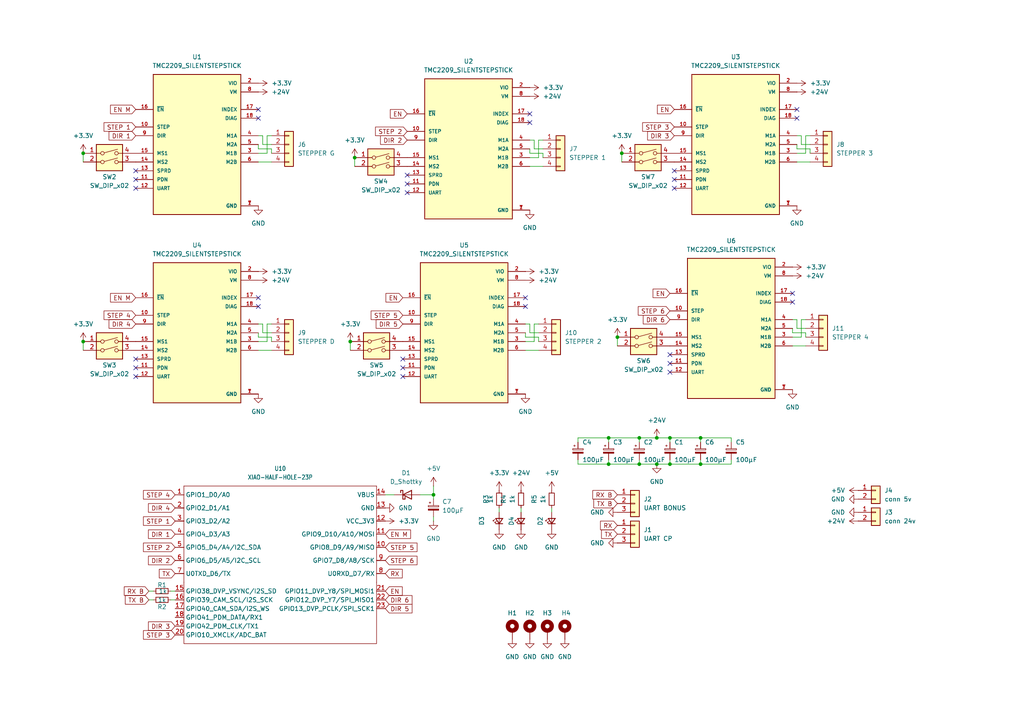
<source format=kicad_sch>
(kicad_sch (version 20250114) (generator "eeschema") (generator_version "9.0")
  (paper "A4")
  (lib_symbols
    (symbol "Connector_Generic:Conn_01x02" (pin_names (offset 1.016) (hide yes))
      (property "Reference" "J" (at 0 2.54 0))
      (property "Value" "Conn_01x02" (at 0 -5.08 0))
      (symbol "Conn_01x02_1_1"
        (pin passive line (at -5.08 0 0) (length 3.81) (name "Pin_1") (number "1"))
        (pin passive line (at -5.08 -2.54 0) (length 3.81) (name "Pin_2") (number "2"))
      )
    )
    (symbol "Connector_Generic:Conn_01x03" (pin_names (offset 1.016) (hide yes))
      (property "Reference" "J" (at 0 5.08 0))
      (property "Value" "Conn_01x03" (at 0 -5.08 0))
      (symbol "Conn_01x03_1_1"
        (pin passive line (at -5.08 2.54 0) (length 3.81) (name "Pin_1") (number "1"))
        (pin passive line (at -5.08 0 0) (length 3.81) (name "Pin_2") (number "2"))
        (pin passive line (at -5.08 -2.54 0) (length 3.81) (name "Pin_3") (number "3"))
      )
    )
    (symbol "Connector_Generic:Conn_01x04" (pin_names (offset 1.016) (hide yes))
      (property "Reference" "J" (at 0 5.08 0))
      (property "Value" "Conn_01x04" (at 0 -7.62 0))
      (symbol "Conn_01x04_1_1"
        (pin passive line (at -5.08 2.54 0) (length 3.81) (name "Pin_1") (number "1"))
        (pin passive line (at -5.08 0 0) (length 3.81) (name "Pin_2") (number "2"))
        (pin passive line (at -5.08 -2.54 0) (length 3.81) (name "Pin_3") (number "3"))
        (pin passive line (at -5.08 -5.08 0) (length 3.81) (name "Pin_4") (number "4"))
      )
    )
    (symbol "Device:C_Polarized_Small" (pin_numbers (hide yes)) (pin_names (offset 0.254) (hide yes))
      (property "Reference" "C" (at 0.254 1.778 0))
      (property "Value" "C_Polarized_Small" (at 0.254 -2.032 0))
      (symbol "C_Polarized_Small_1_1"
        (pin passive line (at 0 2.54 270) (length 1.8542) (name "~") (number "1"))
        (pin passive line (at 0 -2.54 90) (length 1.8542) (name "~") (number "2"))
      )
    )
    (symbol "Device:LED_Small" (pin_numbers (hide yes)) (pin_names (offset 0.254) (hide yes))
      (property "Reference" "D" (at -1.27 3.175 0))
      (property "Value" "LED_Small" (at -4.445 -2.54 0))
      (symbol "LED_Small_1_1"
        (pin passive line (at -2.54 0 0) (length 1.778) (name "K") (number "1"))
        (pin passive line (at 2.54 0 180) (length 1.778) (name "A") (number "2"))
      )
    )
    (symbol "Device:R_Small" (pin_numbers (hide yes)) (pin_names (offset 0.254) (hide yes))
      (property "Reference" "R" (at 0.762 0.508 0))
      (property "Value" "R_Small" (at 0.762 -1.016 0))
      (symbol "R_Small_1_1"
        (pin passive line (at 0 2.54 270) (length 0.762) (name "~") (number "1"))
        (pin passive line (at 0 -2.54 90) (length 0.762) (name "~") (number "2"))
      )
    )
    (symbol "Diode:SB120" (pin_numbers (hide yes)) (pin_names (offset 1.016) (hide yes))
      (property "Reference" "D" (at 0 2.54 0))
      (property "Value" "SB120" (at 0 -2.54 0))
      (symbol "SB120_1_1"
        (pin passive line (at -3.81 0 0) (length 2.54) (name "K") (number "1"))
        (pin passive line (at 3.81 0 180) (length 2.54) (name "A") (number "2"))
      )
    )
    (symbol "MOUDLE-SEEEDUINO-XIAO-ESP32S3-Plus:Module/XIAO-HALF-HOLE-23P"
      (property "Reference" "U2" (at -20.828 17.018 0))
      (property "Value" "XIAO-HALF-HOLE-23P" (at -12.446 14.986 0))
      (symbol "Module/XIAO-HALF-HOLE-23P_1_0"
        (pin passive line (at -24.13 11.43 0) (length 2.54) (name "GPIO1_D0/A0") (number "1"))
        (pin passive line (at -24.13 7.62 0) (length 2.54) (name "GPIO2_D1/A1") (number "2"))
        (pin passive line (at -24.13 3.81 0) (length 2.54) (name "GPIO3_D2/A2") (number "3"))
        (pin passive line (at -24.13 0 0) (length 2.54) (name "GPIO4_D3/A3") (number "4"))
        (pin passive line (at -24.13 -3.81 0) (length 2.54) (name "GPIO5_D4/A4/I2C_SDA") (number "5"))
        (pin passive line (at -24.13 -7.62 0) (length 2.54) (name "GPIO6_D5/A5/I2C_SCL") (number "6"))
        (pin passive line (at -24.13 -11.43 0) (length 2.54) (name "U0TXD_D6/TX") (number "7"))
        (pin passive line (at 36.83 11.43 180) (length 2.54) (name "VBUS") (number "14"))
        (pin passive line (at 36.83 7.62 180) (length 2.54) (name "GND") (number "13"))
        (pin passive line (at 36.83 3.81 180) (length 2.54) (name "VCC_3V3") (number "12"))
        (pin passive line (at 36.83 0 180) (length 2.54) (name "GPIO9_D10/A10/MOSI") (number "11"))
        (pin passive line (at 36.83 -3.81 180) (length 2.54) (name "GPIO8_D9/A9/MISO") (number "10"))
        (pin passive line (at 36.83 -7.62 180) (length 2.54) (name "GPIO7_D8/A8/SCK") (number "9"))
        (pin passive line (at 36.83 -11.43 180) (length 2.54) (name "U0RXD_D7/RX") (number "8"))
      )
      (symbol "Module/XIAO-HALF-HOLE-23P_1_1"
        (pin passive line (at -24.13 -16.51 0) (length 2.54) (name "GPIO38_DVP_VSYNC/I2S_SD") (number "15"))
        (pin passive line (at -24.13 -19.05 0) (length 2.54) (name "GPIO39_CAM_SCL/I2S_SCK") (number "16"))
        (pin passive line (at -24.13 -21.59 0) (length 2.54) (name "GPIO40_CAM_SDA/I2S_WS") (number "17"))
        (pin passive line (at -24.13 -24.13 0) (length 2.54) (name "GPIO41_PDM_DATA/RX1") (number "18"))
        (pin passive line (at -24.13 -26.67 0) (length 2.54) (name "GPIO42_PDM_CLK/TX1") (number "19"))
        (pin passive line (at -24.13 -29.21 0) (length 2.54) (name "GPIO10_XMCLK/ADC_BAT") (number "20"))
        (pin passive line (at 36.83 -16.51 180) (length 2.54) (name "GPIO11_DVP_Y8/SPI_MOSI1") (number "21"))
        (pin passive line (at 36.83 -19.05 180) (length 2.54) (name "GPIO12_DVP_Y7/SPI_MISO1") (number "22"))
        (pin passive line (at 36.83 -21.59 180) (length 2.54) (name "GPIO13_DVP_PCLK/SPI_SCK1") (number "23"))
      )
    )
    (symbol "Mechanical:MountingHole_Pad" (pin_numbers (hide yes)) (pin_names (offset 1.016) (hide yes)) (exclude_from_sim yes) (in_bom no)
      (property "Reference" "H" (at 0 6.35 0))
      (property "Value" "MountingHole_Pad" (at 0 4.445 0))
      (symbol "MountingHole_Pad_1_1"
        (pin input line (at 0 -2.54 90) (length 2.54) (name "1") (number "1"))
      )
    )
    (symbol "Switch:SW_DIP_x02" (pin_names (offset 0) (hide yes))
      (property "Reference" "SW" (at 0 6.35 0))
      (property "Value" "SW_DIP_x02" (at 0 -3.81 0))
      (symbol "SW_DIP_x02_1_1"
        (pin passive line (at -7.62 2.54 0) (length 5.08) (name "~") (number "1"))
        (pin passive line (at -7.62 0 0) (length 5.08) (name "~") (number "2"))
        (pin passive line (at 7.62 2.54 180) (length 5.08) (name "~") (number "4"))
        (pin passive line (at 7.62 0 180) (length 5.08) (name "~") (number "3"))
      )
    )
    (symbol "TMC2209_SILENTSTEPSTICK:TMC2209_SILENTSTEPSTICK" (pin_names (offset 1.016))
      (property "Reference" "U" (at -12.7 22.86 0))
      (property "Value" "TMC2209_SILENTSTEPSTICK" (at -12.7 -22.86 0))
      (symbol "TMC2209_SILENTSTEPSTICK_0_0"
        (pin input line (at -17.78 10.16 0) (length 5.08) (name "~{EN}") (number "16"))
        (pin input line (at -17.78 5.08 0) (length 5.08) (name "STEP") (number "10"))
        (pin input line (at -17.78 2.54 0) (length 5.08) (name "DIR") (number "9"))
        (pin input line (at -17.78 -2.54 0) (length 5.08) (name "MS1") (number "15"))
        (pin input line (at -17.78 -5.08 0) (length 5.08) (name "MS2") (number "14"))
        (pin input line (at -17.78 -7.62 0) (length 5.08) (name "SPRD") (number "13"))
        (pin bidirectional line (at -17.78 -10.16 0) (length 5.08) (name "PDN") (number "11"))
        (pin bidirectional line (at -17.78 -12.7 0) (length 5.08) (name "UART") (number "12"))
        (pin power_in line (at 17.78 17.78 180) (length 5.08) (name "VIO") (number "2"))
        (pin power_in line (at 17.78 15.24 180) (length 5.08) (name "VM") (number "8"))
        (pin output line (at 17.78 10.16 180) (length 5.08) (name "INDEX") (number "17"))
        (pin output line (at 17.78 7.62 180) (length 5.08) (name "DIAG") (number "18"))
        (pin output line (at 17.78 2.54 180) (length 5.08) (name "M1A") (number "4"))
        (pin output line (at 17.78 0 180) (length 5.08) (name "M2A") (number "5"))
        (pin output line (at 17.78 -2.54 180) (length 5.08) (name "M1B") (number "3"))
        (pin output line (at 17.78 -5.08 180) (length 5.08) (name "M2B") (number "6"))
        (pin power_in line (at 17.78 -17.78 180) (length 5.08) (name "GND") (number "1"))
        (pin power_in line (at 17.78 -17.78 180) (length 5.08) (name "GND") (number "7"))
      )
    )
    (symbol "power:+24V" (power) (pin_numbers (hide yes)) (pin_names (offset 0) (hide yes))
      (property "Value" "+24V" (at 0 3.556 0))
      (symbol "+24V_1_1"
        (pin power_in line (at 0 0 90) (length 0) (name "~") (number "1"))
      )
    )
    (symbol "power:+3.3V" (power) (pin_numbers (hide yes)) (pin_names (offset 0) (hide yes))
      (property "Value" "+3.3V" (at 0 3.556 0))
      (symbol "+3.3V_1_1"
        (pin power_in line (at 0 0 90) (length 0) (name "~") (number "1"))
      )
    )
    (symbol "power:+5V" (power) (pin_numbers (hide yes)) (pin_names (offset 0) (hide yes))
      (property "Value" "+5V" (at 0 3.556 0))
      (symbol "+5V_1_1"
        (pin power_in line (at 0 0 90) (length 0) (name "~") (number "1"))
      )
    )
    (symbol "power:GND" (power) (pin_numbers (hide yes)) (pin_names (offset 0) (hide yes))
      (property "Value" "GND" (at 0 -3.81 0))
      (symbol "GND_1_1"
        (pin power_in line (at 0 0 270) (length 0) (name "~") (number "1"))
      )
    )
  )
  (junction (at 194.31 127))
  (junction (at 194.31 134.62))
  (junction (at 203.2 127))
  (junction (at 102.87 45.72))
  (junction (at 24.13 99.06))
  (junction (at 179.07 97.79))
  (junction (at 190.5 127))
  (junction (at 203.2 134.62))
  (junction (at 180.34 44.45))
  (junction (at 185.42 134.62))
  (junction (at 101.6 99.06))
  (junction (at 24.13 44.45))
  (junction (at 185.42 127))
  (junction (at 176.53 134.62))
  (junction (at 125.73 143.51))
  (junction (at 190.5 134.62))
  (junction (at 176.53 127))
  (no_connect (at 74.93 86.36))
  (no_connect (at 153.67 33.02))
  (no_connect (at 194.31 105.41))
  (no_connect (at 39.37 52.07))
  (no_connect (at 195.58 52.07))
  (no_connect (at 116.84 109.22))
  (no_connect (at 116.84 106.68))
  (no_connect (at 39.37 104.14))
  (no_connect (at 229.87 85.09))
  (no_connect (at 118.11 53.34))
  (no_connect (at 118.11 55.88))
  (no_connect (at 74.93 31.75))
  (no_connect (at 118.11 50.8))
  (no_connect (at 74.93 88.9))
  (no_connect (at 231.14 31.75))
  (no_connect (at 152.4 86.36))
  (no_connect (at 229.87 87.63))
  (no_connect (at 194.31 102.87))
  (no_connect (at 39.37 54.61))
  (no_connect (at 153.67 35.56))
  (no_connect (at 152.4 88.9))
  (no_connect (at 195.58 49.53))
  (no_connect (at 74.93 34.29))
  (no_connect (at 195.58 54.61))
  (no_connect (at 116.84 104.14))
  (no_connect (at 194.31 107.95))
  (no_connect (at 39.37 106.68))
  (no_connect (at 39.37 109.22))
  (no_connect (at 39.37 49.53))
  (no_connect (at 231.14 34.29))
  (wire (pts (xy 190.5 127) (xy 194.31 127)))
  (wire (pts (xy 231.14 92.71) (xy 231.14 95.25)))
  (wire (pts (xy 77.47 39.37) (xy 78.74 39.37)))
  (wire (pts (xy 78.74 97.79) (xy 78.74 99.06)))
  (wire (pts (xy 49.53 173.99) (xy 50.8 173.99)))
  (wire (pts (xy 125.73 143.51) (xy 125.73 144.78)))
  (wire (pts (xy 229.87 95.25) (xy 229.87 96.52)))
  (wire (pts (xy 231.14 39.37) (xy 232.41 39.37)))
  (wire (pts (xy 212.09 127) (xy 203.2 127)))
  (wire (pts (xy 231.14 44.45) (xy 233.68 44.45)))
  (wire (pts (xy 229.87 92.71) (xy 231.14 92.71)))
  (wire (pts (xy 176.53 133.35) (xy 176.53 134.62)))
  (wire (pts (xy 24.13 44.45) (xy 24.13 46.99)))
  (wire (pts (xy 77.47 93.98) (xy 78.74 93.98)))
  (wire (pts (xy 185.42 134.62) (xy 190.5 134.62)))
  (wire (pts (xy 154.94 43.18) (xy 157.48 43.18)))
  (wire (pts (xy 153.67 45.72) (xy 156.21 45.72)))
  (wire (pts (xy 231.14 46.99) (xy 234.95 46.99)))
  (wire (pts (xy 229.87 97.79) (xy 232.41 97.79)))
  (wire (pts (xy 167.64 133.35) (xy 167.64 134.62)))
  (wire (pts (xy 74.93 93.98) (xy 76.2 93.98)))
  (wire (pts (xy 76.2 96.52) (xy 78.74 96.52)))
  (wire (pts (xy 153.67 48.26) (xy 157.48 48.26)))
  (wire (pts (xy 125.73 143.51) (xy 125.73 140.97)))
  (wire (pts (xy 74.93 41.91) (xy 74.93 43.18)))
  (wire (pts (xy 152.4 99.06) (xy 154.94 99.06)))
  (wire (pts (xy 194.31 127) (xy 203.2 127)))
  (wire (pts (xy 74.93 96.52) (xy 74.93 97.79)))
  (wire (pts (xy 194.31 134.62) (xy 203.2 134.62)))
  (wire (pts (xy 43.18 173.99) (xy 44.45 173.99)))
  (wire (pts (xy 74.93 44.45) (xy 77.47 44.45)))
  (wire (pts (xy 114.3 143.51) (xy 111.76 143.51)))
  (wire (pts (xy 74.93 43.18) (xy 78.74 43.18)))
  (wire (pts (xy 156.21 40.64) (xy 157.48 40.64)))
  (wire (pts (xy 154.94 93.98) (xy 156.21 93.98)))
  (wire (pts (xy 229.87 100.33) (xy 233.68 100.33)))
  (wire (pts (xy 156.21 45.72) (xy 156.21 40.64)))
  (wire (pts (xy 232.41 97.79) (xy 232.41 92.71)))
  (wire (pts (xy 74.93 97.79) (xy 78.74 97.79)))
  (wire (pts (xy 24.13 99.06) (xy 24.13 101.6)))
  (wire (pts (xy 49.53 171.45) (xy 50.8 171.45)))
  (wire (pts (xy 125.73 151.13) (xy 125.73 149.86)))
  (wire (pts (xy 74.93 101.6) (xy 78.74 101.6)))
  (wire (pts (xy 167.64 127) (xy 167.64 128.27)))
  (wire (pts (xy 121.92 143.51) (xy 125.73 143.51)))
  (wire (pts (xy 231.14 95.25) (xy 233.68 95.25)))
  (wire (pts (xy 203.2 127) (xy 203.2 128.27)))
  (wire (pts (xy 102.87 45.72) (xy 102.87 48.26)))
  (wire (pts (xy 234.95 43.18) (xy 234.95 44.45)))
  (wire (pts (xy 74.93 39.37) (xy 76.2 39.37)))
  (wire (pts (xy 212.09 133.35) (xy 212.09 134.62)))
  (wire (pts (xy 194.31 133.35) (xy 194.31 134.62)))
  (wire (pts (xy 76.2 93.98) (xy 76.2 96.52)))
  (wire (pts (xy 167.64 134.62) (xy 176.53 134.62)))
  (wire (pts (xy 176.53 134.62) (xy 185.42 134.62)))
  (wire (pts (xy 233.68 39.37) (xy 234.95 39.37)))
  (wire (pts (xy 185.42 127) (xy 185.42 128.27)))
  (wire (pts (xy 179.07 97.79) (xy 179.07 100.33)))
  (wire (pts (xy 212.09 127) (xy 212.09 128.27)))
  (wire (pts (xy 76.2 41.91) (xy 78.74 41.91)))
  (wire (pts (xy 231.14 43.18) (xy 234.95 43.18)))
  (wire (pts (xy 176.53 127) (xy 185.42 127)))
  (wire (pts (xy 152.4 97.79) (xy 156.21 97.79)))
  (wire (pts (xy 144.78 148.59) (xy 144.78 147.32)))
  (wire (pts (xy 176.53 127) (xy 176.53 128.27)))
  (wire (pts (xy 233.68 96.52) (xy 233.68 97.79)))
  (wire (pts (xy 78.74 43.18) (xy 78.74 44.45)))
  (wire (pts (xy 160.02 148.59) (xy 160.02 147.32)))
  (wire (pts (xy 194.31 127) (xy 194.31 128.27)))
  (wire (pts (xy 77.47 99.06) (xy 77.47 93.98)))
  (wire (pts (xy 152.4 101.6) (xy 156.21 101.6)))
  (wire (pts (xy 176.53 127) (xy 167.64 127)))
  (wire (pts (xy 153.67 44.45) (xy 157.48 44.45)))
  (wire (pts (xy 74.93 46.99) (xy 78.74 46.99)))
  (wire (pts (xy 232.41 41.91) (xy 234.95 41.91)))
  (wire (pts (xy 190.5 134.62) (xy 194.31 134.62)))
  (wire (pts (xy 229.87 96.52) (xy 233.68 96.52)))
  (wire (pts (xy 154.94 40.64) (xy 154.94 43.18)))
  (wire (pts (xy 74.93 99.06) (xy 77.47 99.06)))
  (wire (pts (xy 203.2 133.35) (xy 203.2 134.62)))
  (wire (pts (xy 232.41 92.71) (xy 233.68 92.71)))
  (wire (pts (xy 153.67 93.98) (xy 153.67 96.52)))
  (wire (pts (xy 153.67 40.64) (xy 154.94 40.64)))
  (wire (pts (xy 77.47 44.45) (xy 77.47 39.37)))
  (wire (pts (xy 156.21 97.79) (xy 156.21 99.06)))
  (wire (pts (xy 233.68 44.45) (xy 233.68 39.37)))
  (wire (pts (xy 185.42 133.35) (xy 185.42 134.62)))
  (wire (pts (xy 232.41 39.37) (xy 232.41 41.91)))
  (wire (pts (xy 151.13 148.59) (xy 151.13 147.32)))
  (wire (pts (xy 154.94 99.06) (xy 154.94 93.98)))
  (wire (pts (xy 157.48 44.45) (xy 157.48 45.72)))
  (wire (pts (xy 153.67 96.52) (xy 156.21 96.52)))
  (wire (pts (xy 152.4 96.52) (xy 152.4 97.79)))
  (wire (pts (xy 101.6 99.06) (xy 101.6 101.6)))
  (wire (pts (xy 153.67 43.18) (xy 153.67 44.45)))
  (wire (pts (xy 43.18 171.45) (xy 44.45 171.45)))
  (wire (pts (xy 231.14 41.91) (xy 231.14 43.18)))
  (wire (pts (xy 152.4 93.98) (xy 153.67 93.98)))
  (wire (pts (xy 185.42 127) (xy 190.5 127)))
  (wire (pts (xy 180.34 44.45) (xy 180.34 46.99)))
  (wire (pts (xy 203.2 134.62) (xy 212.09 134.62)))
  (wire (pts (xy 76.2 39.37) (xy 76.2 41.91)))
  (global_label "STEP 1" (shape input) (at 50.8 151.13 180) (property "Intersheetrefs" "${INTERSHEET_REFS}" (effects (hide yes))))
  (global_label "STEP 5" (shape input) (at 116.84 91.44 180) (property "Intersheetrefs" "${INTERSHEET_REFS}" (effects (hide yes))))
  (global_label "EN M" (shape input) (at 39.37 31.75 180) (property "Intersheetrefs" "${INTERSHEET_REFS}" (effects (hide yes))))
  (global_label "STEP 4" (shape input) (at 39.37 91.44 180) (property "Intersheetrefs" "${INTERSHEET_REFS}" (effects (hide yes))))
  (global_label "RX B" (shape input) (at 43.18 171.45 180) (property "Intersheetrefs" "${INTERSHEET_REFS}" (effects (hide yes))))
  (global_label "STEP 3" (shape input) (at 195.58 36.83 180) (property "Intersheetrefs" "${INTERSHEET_REFS}" (effects (hide yes))))
  (global_label "DIR 2" (shape input) (at 118.11 40.64 180) (property "Intersheetrefs" "${INTERSHEET_REFS}" (effects (hide yes))))
  (global_label "EN M" (shape input) (at 111.76 154.94 0) (property "Intersheetrefs" "${INTERSHEET_REFS}" (effects (hide yes))))
  (global_label "DIR 6" (shape input) (at 194.31 92.71 180) (property "Intersheetrefs" "${INTERSHEET_REFS}" (effects (hide yes))))
  (global_label "RX B" (shape input) (at 179.07 143.51 180) (property "Intersheetrefs" "${INTERSHEET_REFS}" (effects (hide yes))))
  (global_label "RX" (shape input) (at 179.07 152.4 180) (property "Intersheetrefs" "${INTERSHEET_REFS}" (effects (hide yes))))
  (global_label "DIR 3" (shape input) (at 50.8 181.61 180) (property "Intersheetrefs" "${INTERSHEET_REFS}" (effects (hide yes))))
  (global_label "EN" (shape input) (at 111.76 171.45 0) (property "Intersheetrefs" "${INTERSHEET_REFS}" (effects (hide yes))))
  (global_label "EN" (shape input) (at 116.84 86.36 180) (property "Intersheetrefs" "${INTERSHEET_REFS}" (effects (hide yes))))
  (global_label "TX" (shape input) (at 179.07 154.94 180) (property "Intersheetrefs" "${INTERSHEET_REFS}" (effects (hide yes))))
  (global_label "DIR 5" (shape input) (at 116.84 93.98 180) (property "Intersheetrefs" "${INTERSHEET_REFS}" (effects (hide yes))))
  (global_label "TX B" (shape input) (at 179.07 146.05 180) (property "Intersheetrefs" "${INTERSHEET_REFS}" (effects (hide yes))))
  (global_label "TX" (shape input) (at 50.8 166.37 180) (property "Intersheetrefs" "${INTERSHEET_REFS}" (effects (hide yes))))
  (global_label "STEP 2" (shape input) (at 50.8 158.75 180) (property "Intersheetrefs" "${INTERSHEET_REFS}" (effects (hide yes))))
  (global_label "STEP 2" (shape input) (at 118.11 38.1 180) (property "Intersheetrefs" "${INTERSHEET_REFS}" (effects (hide yes))))
  (global_label "TX B" (shape input) (at 43.18 173.99 180) (property "Intersheetrefs" "${INTERSHEET_REFS}" (effects (hide yes))))
  (global_label "STEP 3" (shape input) (at 50.8 184.15 180) (property "Intersheetrefs" "${INTERSHEET_REFS}" (effects (hide yes))))
  (global_label "EN" (shape input) (at 195.58 31.75 180) (property "Intersheetrefs" "${INTERSHEET_REFS}" (effects (hide yes))))
  (global_label "DIR 1" (shape input) (at 39.37 39.37 180) (property "Intersheetrefs" "${INTERSHEET_REFS}" (effects (hide yes))))
  (global_label "EN" (shape input) (at 118.11 33.02 180) (property "Intersheetrefs" "${INTERSHEET_REFS}" (effects (hide yes))))
  (global_label "DIR 5" (shape input) (at 111.76 176.53 0) (property "Intersheetrefs" "${INTERSHEET_REFS}" (effects (hide yes))))
  (global_label "STEP 6" (shape input) (at 111.76 162.56 0) (property "Intersheetrefs" "${INTERSHEET_REFS}" (effects (hide yes))))
  (global_label "STEP 5" (shape input) (at 111.76 158.75 0) (property "Intersheetrefs" "${INTERSHEET_REFS}" (effects (hide yes))))
  (global_label "EN" (shape input) (at 194.31 85.09 180) (property "Intersheetrefs" "${INTERSHEET_REFS}" (effects (hide yes))))
  (global_label "STEP 4" (shape input) (at 50.8 143.51 180) (property "Intersheetrefs" "${INTERSHEET_REFS}" (effects (hide yes))))
  (global_label "DIR 2" (shape input) (at 50.8 162.56 180) (property "Intersheetrefs" "${INTERSHEET_REFS}" (effects (hide yes))))
  (global_label "DIR 4" (shape input) (at 50.8 147.32 180) (property "Intersheetrefs" "${INTERSHEET_REFS}" (effects (hide yes))))
  (global_label "RX" (shape input) (at 111.76 166.37 0) (property "Intersheetrefs" "${INTERSHEET_REFS}" (effects (hide yes))))
  (global_label "STEP 6" (shape input) (at 194.31 90.17 180) (property "Intersheetrefs" "${INTERSHEET_REFS}" (effects (hide yes))))
  (global_label "EN M" (shape input) (at 39.37 86.36 180) (property "Intersheetrefs" "${INTERSHEET_REFS}" (effects (hide yes))))
  (global_label "DIR 3" (shape input) (at 195.58 39.37 180) (property "Intersheetrefs" "${INTERSHEET_REFS}" (effects (hide yes))))
  (global_label "STEP 1" (shape input) (at 39.37 36.83 180) (property "Intersheetrefs" "${INTERSHEET_REFS}" (effects (hide yes))))
  (global_label "DIR 1" (shape input) (at 50.8 154.94 180) (property "Intersheetrefs" "${INTERSHEET_REFS}" (effects (hide yes))))
  (global_label "DIR 4" (shape input) (at 39.37 93.98 180) (property "Intersheetrefs" "${INTERSHEET_REFS}" (effects (hide yes))))
  (global_label "DIR 6" (shape input) (at 111.76 173.99 0) (property "Intersheetrefs" "${INTERSHEET_REFS}" (effects (hide yes))))
  (symbol (lib_id "Switch:SW_DIP_x02") (at 31.75 101.6 0) (unit 1)
    (property "Reference" "SW3" (at 31.75 105.918 0))
    (property "Value" "SW_DIP_x02" (at 31.75 108.458 0))
    (property "Footprint" "Button_Switch_THT:SW_DIP_SPSTx02_Slide_9.78x7.26mm_W7.62mm_P2.54mm" (effects (hide yes)))
    (property "Description" "2x DIP Switch, Single Pole Single Throw (SPST) switch, small symbol" (effects (hide yes)))
  )
  (symbol (lib_id "power:+3.3V") (at 153.67 25.4 270) (unit 1)
    (property "Reference" "#PWR010" (effects (hide yes)))
    (property "Value" "+3.3V" (at 157.48 25.3999 90) (effects (justify left)))
    (property "Description" "Power symbol creates a global label with name \"+3.3V\"" (effects (hide yes)))
  )
  (symbol (lib_id "Device:C_Polarized_Small") (at 176.53 130.81 0) (unit 1)
    (property "Reference" "C3" (at 177.8 128.27 0) (effects (justify left)))
    (property "Value" "100µF" (at 177.8 133.35 0) (effects (justify left)))
    (property "Footprint" "Capacitor_THT:CP_Radial_D10.0mm_P5.00mm" (effects (hide yes)))
    (property "Description" "Polarized capacitor, small symbol" (effects (hide yes)))
  )
  (symbol (lib_id "Device:R_Small") (at 160.02 144.78 0) (unit 1)
    (property "Reference" "R5" (at 154.94 144.78 90))
    (property "Value" "1k" (at 157.48 144.78 90))
    (property "Footprint" "Resistor_SMD:R_1206_3216Metric_Pad1.30x1.75mm_HandSolder" (effects (hide yes)))
    (property "Description" "Resistor, small symbol" (effects (hide yes)))
  )
  (symbol (lib_id "power:+3.3V") (at 74.93 78.74 270) (unit 1)
    (property "Reference" "#PWR09" (effects (hide yes)))
    (property "Value" "+3.3V" (at 78.74 78.7399 90) (effects (justify left)))
    (property "Description" "Power symbol creates a global label with name \"+3.3V\"" (effects (hide yes)))
  )
  (symbol (lib_id "Device:R_Small") (at 46.99 171.45 270) (unit 1)
    (property "Reference" "R1" (at 46.99 169.672 90))
    (property "Value" "1k" (at 47.244 171.45 90))
    (property "Footprint" "Resistor_SMD:R_1206_3216Metric_Pad1.30x1.75mm_HandSolder" (effects (hide yes)))
    (property "Description" "Resistor, small symbol" (effects (hide yes)))
  )
  (symbol (lib_id "Mechanical:MountingHole_Pad") (at 153.67 182.88 0) (unit 1)
    (property "Reference" "H2" (at 153.67 177.8 0))
    (property "Value" "MountingHole_Pad" (effects (hide yes)))
    (property "Footprint" "MountingHole:MountingHole_3.2mm_M3_Pad_Via" (effects (hide yes)))
    (property "Description" "Mounting Hole with connection" (effects (hide yes)))
  )
  (symbol (lib_id "power:GND") (at 158.75 185.42 0) (unit 1)
    (property "Reference" "#PWR033" (effects (hide yes)))
    (property "Value" "GND" (at 158.75 190.5 0))
    (property "Description" "Power symbol creates a global label with name \"GND\" , ground" (effects (hide yes)))
  )
  (symbol (lib_id "Mechanical:MountingHole_Pad") (at 158.75 182.88 0) (unit 1)
    (property "Reference" "H3" (at 158.75 177.8 0))
    (property "Value" "MountingHole_Pad" (effects (hide yes)))
    (property "Footprint" "MountingHole:MountingHole_3.2mm_M3_Pad_Via" (effects (hide yes)))
    (property "Description" "Mounting Hole with connection" (effects (hide yes)))
  )
  (symbol (lib_id "power:GND") (at 111.76 147.32 90) (unit 1)
    (property "Reference" "#PWR012" (effects (hide yes)))
    (property "Value" "GND" (at 115.57 147.3199 90) (effects (justify right)))
    (property "Description" "Power symbol creates a global label with name \"GND\" , ground" (effects (hide yes)))
  )
  (symbol (lib_id "power:+24V") (at 153.67 27.94 270) (unit 1)
    (property "Reference" "#PWR040" (effects (hide yes)))
    (property "Value" "+24V" (at 157.48 27.9399 90) (effects (justify left)))
    (property "Description" "Power symbol creates a global label with name \"+24V\"" (effects (hide yes)))
  )
  (symbol (lib_id "Device:LED_Small") (at 151.13 151.13 90) (unit 1)
    (property "Reference" "D4" (at 148.336 151.13 0))
    (property "Value" "LED_Small" (effects (hide yes)))
    (property "Footprint" "LED_SMD:LED_1206_3216Metric" (effects (hide yes)))
    (property "Description" "Light emitting diode, small symbol" (effects (hide yes)))
    (property "Sim.Pin" "1=K 2=A" (effects (hide yes)))
  )
  (symbol (lib_id "power:GND") (at 160.02 153.67 0) (unit 1)
    (property "Reference" "#PWR018" (effects (hide yes)))
    (property "Value" "GND" (at 160.02 158.75 0))
    (property "Description" "Power symbol creates a global label with name \"GND\" , ground" (effects (hide yes)))
  )
  (symbol (lib_id "TMC2209_SILENTSTEPSTICK:TMC2209_SILENTSTEPSTICK") (at 135.89 43.18 0) (unit 1)
    (property "Reference" "U2" (at 135.89 17.78 0))
    (property "Value" "TMC2209_SILENTSTEPSTICK" (at 135.89 20.32 0))
    (property "Footprint" "TMC2209_SILENTSTEPSTICK:MODULE_TMC2209_SILENTSTEPSTICK" (effects (hide yes)))
    (property "MF" "Trinamic Motion Control GmbH" (effects (hide yes)))
    (property "Description_1" "TMC2209 Motor Controller/Driver Power Management Evaluation Board" (effects (hide yes)))
    (property "Package" "None" (effects (hide yes)))
    (property "Price" "None" (effects (hide yes)))
    (property "Check_prices" "https://www.snapeda.com/parts/TMC2209%20SILENTSTEPSTICK/Trinamic/view-part/?ref=eda" (effects (hide yes)))
    (property "STANDARD" "Manufacturer Recommendations" (effects (hide yes)))
    (property "PARTREV" "1.20" (effects (hide yes)))
    (property "SnapEDA_Link" "https://www.snapeda.com/parts/TMC2209%20SILENTSTEPSTICK/Trinamic/view-part/?ref=snap" (effects (hide yes)))
    (property "MP" "TMC2209 SILENTSTEPSTICK" (effects (hide yes)))
    (property "MANUFACTURER" "Trinamic Motion Control GmbH" (effects (hide yes)))
    (property "Availability" "In Stock" (effects (hide yes)))
    (property "SNAPEDA_PN" "TMC2209 SILENTSTEPSTICK" (effects (hide yes)))
  )
  (symbol (lib_id "power:GND") (at 153.67 60.96 0) (unit 1)
    (property "Reference" "#PWR022" (effects (hide yes)))
    (property "Value" "GND" (at 153.67 66.04 0))
    (property "Description" "Power symbol creates a global label with name \"GND\" , ground" (effects (hide yes)))
  )
  (symbol (lib_id "power:GND") (at 74.93 59.69 0) (unit 1)
    (property "Reference" "#PWR020" (effects (hide yes)))
    (property "Value" "GND" (at 74.93 64.77 0))
    (property "Description" "Power symbol creates a global label with name \"GND\" , ground" (effects (hide yes)))
  )
  (symbol (lib_id "power:GND") (at 248.92 144.78 270) (unit 1)
    (property "Reference" "#PWR016" (effects (hide yes)))
    (property "Value" "GND" (at 245.11 144.7799 90) (effects (justify right)))
    (property "Description" "Power symbol creates a global label with name \"GND\" , ground" (effects (hide yes)))
  )
  (symbol (lib_id "MOUDLE-SEEEDUINO-XIAO-ESP32S3-Plus:Module/XIAO-HALF-HOLE-23P") (at 74.93 154.94 0) (unit 1)
    (property "Reference" "U10" (at 81.28 135.89 0) (effects (font (size 1.27 1.0795))))
    (property "Value" "XIAO-HALF-HOLE-23P" (at 81.28 138.43 0) (effects (font (size 1.27 1.0795))))
    (property "Footprint" "Seeed Studio XIAO ESP32S3 Plus KiCAD Library 2:MOUDLE23P-SMD-2.54-21X17.8MM.kicad_mod.kicad_sym" (effects (hide yes)))
    (property "Description" "XIAO-HALF-HOLE-23P" (effects (hide yes)))
    (property "SKU" "XIAO-HALF-HOLE-23P" (effects (hide yes)))
  )
  (symbol (lib_id "power:GND") (at 153.67 185.42 0) (unit 1)
    (property "Reference" "#PWR031" (effects (hide yes)))
    (property "Value" "GND" (at 153.67 190.5 0))
    (property "Description" "Power symbol creates a global label with name \"GND\" , ground" (effects (hide yes)))
  )
  (symbol (lib_id "power:+3.3V") (at 180.34 44.45 0) (unit 1)
    (property "Reference" "#PWR044" (effects (hide yes)))
    (property "Value" "+3.3V" (at 180.34 39.37 0))
    (property "Description" "Power symbol creates a global label with name \"+3.3V\"" (effects (hide yes)))
  )
  (symbol (lib_id "power:GND") (at 163.83 185.42 0) (unit 1)
    (property "Reference" "#PWR042" (effects (hide yes)))
    (property "Value" "GND" (at 163.83 190.5 0))
    (property "Description" "Power symbol creates a global label with name \"GND\" , ground" (effects (hide yes)))
  )
  (symbol (lib_id "TMC2209_SILENTSTEPSTICK:TMC2209_SILENTSTEPSTICK") (at 212.09 95.25 0) (unit 1)
    (property "Reference" "U6" (at 212.09 69.85 0))
    (property "Value" "TMC2209_SILENTSTEPSTICK" (at 212.09 72.39 0))
    (property "Footprint" "TMC2209_SILENTSTEPSTICK:MODULE_TMC2209_SILENTSTEPSTICK" (effects (hide yes)))
    (property "MF" "Trinamic Motion Control GmbH" (effects (hide yes)))
    (property "Description_1" "TMC2209 Motor Controller/Driver Power Management Evaluation Board" (effects (hide yes)))
    (property "Package" "None" (effects (hide yes)))
    (property "Price" "None" (effects (hide yes)))
    (property "Check_prices" "https://www.snapeda.com/parts/TMC2209%20SILENTSTEPSTICK/Trinamic/view-part/?ref=eda" (effects (hide yes)))
    (property "STANDARD" "Manufacturer Recommendations" (effects (hide yes)))
    (property "PARTREV" "1.20" (effects (hide yes)))
    (property "SnapEDA_Link" "https://www.snapeda.com/parts/TMC2209%20SILENTSTEPSTICK/Trinamic/view-part/?ref=snap" (effects (hide yes)))
    (property "MP" "TMC2209 SILENTSTEPSTICK" (effects (hide yes)))
    (property "MANUFACTURER" "Trinamic Motion Control GmbH" (effects (hide yes)))
    (property "Availability" "In Stock" (effects (hide yes)))
    (property "SNAPEDA_PN" "TMC2209 SILENTSTEPSTICK" (effects (hide yes)))
  )
  (symbol (lib_id "power:+3.3V") (at 24.13 99.06 0) (unit 1)
    (property "Reference" "#PWR027" (effects (hide yes)))
    (property "Value" "+3.3V" (at 24.13 93.98 0))
    (property "Description" "Power symbol creates a global label with name \"+3.3V\"" (effects (hide yes)))
  )
  (symbol (lib_id "Mechanical:MountingHole_Pad") (at 148.59 182.88 0) (unit 1)
    (property "Reference" "H1" (at 148.59 177.8 0))
    (property "Value" "MountingHole_Pad" (effects (hide yes)))
    (property "Footprint" "MountingHole:MountingHole_3.2mm_M3_Pad_Via" (effects (hide yes)))
    (property "Description" "Mounting Hole with connection" (effects (hide yes)))
  )
  (symbol (lib_id "power:+3.3V") (at 24.13 44.45 0) (unit 1)
    (property "Reference" "#PWR026" (effects (hide yes)))
    (property "Value" "+3.3V" (at 24.13 39.37 0))
    (property "Description" "Power symbol creates a global label with name \"+3.3V\"" (effects (hide yes)))
  )
  (symbol (lib_id "Connector_Generic:Conn_01x04") (at 161.29 96.52 0) (unit 1)
    (property "Reference" "J10" (at 163.83 96.5199 0) (effects (justify left)))
    (property "Value" "STEPPER 2" (at 163.83 99.0599 0) (effects (justify left)))
    (property "Footprint" "Connector_Molex:Molex_KK-254_AE-6410-04A_1x04_P2.54mm_Vertical" (effects (hide yes)))
    (property "Description" "Generic connector, single row, 01x04, script generated (kicad-library-utils/schlib/autogen/connector/)" (effects (hide yes)))
  )
  (symbol (lib_id "Connector_Generic:Conn_01x04") (at 83.82 96.52 0) (unit 1)
    (property "Reference" "J9" (at 86.36 96.5199 0) (effects (justify left)))
    (property "Value" "STEPPER D" (at 86.36 99.0599 0) (effects (justify left)))
    (property "Footprint" "Connector_Molex:Molex_KK-254_AE-6410-04A_1x04_P2.54mm_Vertical" (effects (hide yes)))
    (property "Description" "Generic connector, single row, 01x04, script generated (kicad-library-utils/schlib/autogen/connector/)" (effects (hide yes)))
  )
  (symbol (lib_id "power:GND") (at 74.93 114.3 0) (unit 1)
    (property "Reference" "#PWR021" (effects (hide yes)))
    (property "Value" "GND" (at 74.93 119.38 0))
    (property "Description" "Power symbol creates a global label with name \"GND\" , ground" (effects (hide yes)))
  )
  (symbol (lib_id "Switch:SW_DIP_x02") (at 31.75 46.99 0) (unit 1)
    (property "Reference" "SW2" (at 31.75 51.308 0))
    (property "Value" "SW_DIP_x02" (at 31.75 53.848 0))
    (property "Footprint" "Button_Switch_THT:SW_DIP_SPSTx02_Slide_9.78x7.26mm_W7.62mm_P2.54mm" (effects (hide yes)))
    (property "Description" "2x DIP Switch, Single Pole Single Throw (SPST) switch, small symbol" (effects (hide yes)))
  )
  (symbol (lib_id "Device:LED_Small") (at 160.02 151.13 90) (unit 1)
    (property "Reference" "D2" (at 156.718 151.13 0))
    (property "Value" "LED_Small" (effects (hide yes)))
    (property "Footprint" "LED_SMD:LED_1206_3216Metric" (effects (hide yes)))
    (property "Description" "Light emitting diode, small symbol" (effects (hide yes)))
    (property "Sim.Pin" "1=K 2=A" (effects (hide yes)))
  )
  (symbol (lib_id "power:+24V") (at 190.5 127 0) (mirror y) (unit 1)
    (property "Reference" "#PWR037" (effects (hide yes)))
    (property "Value" "+24V" (at 190.5 121.92 0))
    (property "Description" "Power symbol creates a global label with name \"+24V\"" (effects (hide yes)))
  )
  (symbol (lib_id "power:GND") (at 179.07 148.59 270) (unit 1)
    (property "Reference" "#PWR063" (effects (hide yes)))
    (property "Value" "GND" (at 175.26 148.5899 90) (effects (justify right)))
    (property "Description" "Power symbol creates a global label with name \"GND\" , ground" (effects (hide yes)))
  )
  (symbol (lib_id "Connector_Generic:Conn_01x03") (at 184.15 146.05 0) (unit 1)
    (property "Reference" "J2" (at 186.69 144.7799 0) (effects (justify left)))
    (property "Value" "UART BONUS" (at 186.69 147.3199 0) (effects (justify left)))
    (property "Footprint" "Connector_Molex:Molex_KK-254_AE-6410-03A_1x03_P2.54mm_Vertical" (effects (hide yes)))
    (property "Description" "Generic connector, single row, 01x03, script generated (kicad-library-utils/schlib/autogen/connector/)" (effects (hide yes)))
  )
  (symbol (lib_id "power:+24V") (at 229.87 80.01 270) (unit 1)
    (property "Reference" "#PWR045" (effects (hide yes)))
    (property "Value" "+24V" (at 233.68 80.0099 90) (effects (justify left)))
    (property "Description" "Power symbol creates a global label with name \"+24V\"" (effects (hide yes)))
  )
  (symbol (lib_id "power:+24V") (at 151.13 142.24 0) (unit 1)
    (property "Reference" "#PWR035" (effects (hide yes)))
    (property "Value" "+24V" (at 151.13 137.16 0))
    (property "Description" "Power symbol creates a global label with name \"+24V\"" (effects (hide yes)))
  )
  (symbol (lib_id "power:+3.3V") (at 231.14 24.13 270) (unit 1)
    (property "Reference" "#PWR014" (effects (hide yes)))
    (property "Value" "+3.3V" (at 234.95 24.1299 90) (effects (justify left)))
    (property "Description" "Power symbol creates a global label with name \"+3.3V\"" (effects (hide yes)))
  )
  (symbol (lib_id "power:GND") (at 248.92 148.59 270) (unit 1)
    (property "Reference" "#PWR08" (effects (hide yes)))
    (property "Value" "GND" (at 245.11 148.5899 90) (effects (justify right)))
    (property "Description" "Power symbol creates a global label with name \"GND\" , ground" (effects (hide yes)))
  )
  (symbol (lib_id "Device:R_Small") (at 144.78 144.78 0) (unit 1)
    (property "Reference" "R3" (at 140.97 144.78 90))
    (property "Value" "1k" (at 142.24 144.78 90))
    (property "Footprint" "Resistor_SMD:R_1206_3216Metric_Pad1.30x1.75mm_HandSolder" (effects (hide yes)))
    (property "Description" "Resistor, small symbol" (effects (hide yes)))
  )
  (symbol (lib_id "power:+24V") (at 74.93 26.67 270) (unit 1)
    (property "Reference" "#PWR038" (effects (hide yes)))
    (property "Value" "+24V" (at 78.74 26.6699 90) (effects (justify left)))
    (property "Description" "Power symbol creates a global label with name \"+24V\"" (effects (hide yes)))
  )
  (symbol (lib_id "power:+3.3V") (at 74.93 24.13 270) (unit 1)
    (property "Reference" "#PWR07" (effects (hide yes)))
    (property "Value" "+3.3V" (at 78.74 24.1299 90) (effects (justify left)))
    (property "Description" "Power symbol creates a global label with name \"+3.3V\"" (effects (hide yes)))
  )
  (symbol (lib_id "Switch:SW_DIP_x02") (at 109.22 101.6 0) (unit 1)
    (property "Reference" "SW5" (at 109.22 105.918 0))
    (property "Value" "SW_DIP_x02" (at 109.22 108.458 0))
    (property "Footprint" "Button_Switch_THT:SW_DIP_SPSTx02_Slide_9.78x7.26mm_W7.62mm_P2.54mm" (effects (hide yes)))
    (property "Description" "2x DIP Switch, Single Pole Single Throw (SPST) switch, small symbol" (effects (hide yes)))
  )
  (symbol (lib_id "power:+24V") (at 248.92 151.13 90) (unit 1)
    (property "Reference" "#PWR01" (effects (hide yes)))
    (property "Value" "+24V" (at 245.11 151.1299 90) (effects (justify left)))
    (property "Description" "Power symbol creates a global label with name \"+24V\"" (effects (hide yes)))
  )
  (symbol (lib_id "Connector_Generic:Conn_01x02") (at 254 142.24 0) (unit 1)
    (property "Reference" "J4" (at 256.54 142.2399 0) (effects (justify left)))
    (property "Value" "conn 5v" (at 256.54 144.7799 0) (effects (justify left)))
    (property "Footprint" "Connector_Molex:Molex_KK-254_AE-6410-02A_1x02_P2.54mm_Vertical" (effects (hide yes)))
    (property "Description" "Generic connector, single row, 01x02, script generated (kicad-library-utils/schlib/autogen/connector/)" (effects (hide yes)))
  )
  (symbol (lib_id "Switch:SW_DIP_x02") (at 186.69 100.33 0) (unit 1)
    (property "Reference" "SW6" (at 186.69 104.648 0))
    (property "Value" "SW_DIP_x02" (at 186.69 107.188 0))
    (property "Footprint" "Button_Switch_THT:SW_DIP_SPSTx02_Slide_9.78x7.26mm_W7.62mm_P2.54mm" (effects (hide yes)))
    (property "Description" "2x DIP Switch, Single Pole Single Throw (SPST) switch, small symbol" (effects (hide yes)))
  )
  (symbol (lib_id "Device:C_Polarized_Small") (at 212.09 130.81 0) (unit 1)
    (property "Reference" "C5" (at 213.36 128.27 0) (effects (justify left)))
    (property "Value" "100µF" (at 213.36 133.35 0) (effects (justify left)))
    (property "Footprint" "Capacitor_THT:CP_Radial_D10.0mm_P5.00mm" (effects (hide yes)))
    (property "Description" "Polarized capacitor, small symbol" (effects (hide yes)))
  )
  (symbol (lib_id "Device:C_Polarized_Small") (at 125.73 147.32 0) (unit 1)
    (property "Reference" "C7" (at 128.27 145.5038 0) (effects (justify left)))
    (property "Value" "100µF" (at 128.27 148.0438 0) (effects (justify left)))
    (property "Footprint" "Capacitor_THT:CP_Radial_D5.0mm_P2.00mm" (effects (hide yes)))
    (property "Description" "Polarized capacitor, small symbol" (effects (hide yes)))
  )
  (symbol (lib_id "Device:C_Polarized_Small") (at 203.2 130.81 0) (unit 1)
    (property "Reference" "C6" (at 204.47 128.27 0) (effects (justify left)))
    (property "Value" "100µF" (at 204.47 133.35 0) (effects (justify left)))
    (property "Footprint" "Capacitor_THT:CP_Radial_D10.0mm_P5.00mm" (effects (hide yes)))
    (property "Description" "Polarized capacitor, small symbol" (effects (hide yes)))
  )
  (symbol (lib_id "power:GND") (at 144.78 153.67 0) (unit 1)
    (property "Reference" "#PWR034" (effects (hide yes)))
    (property "Value" "GND" (at 144.78 158.75 0))
    (property "Description" "Power symbol creates a global label with name \"GND\" , ground" (effects (hide yes)))
  )
  (symbol (lib_id "Connector_Generic:Conn_01x02") (at 254 148.59 0) (unit 1)
    (property "Reference" "J3" (at 256.54 148.5899 0) (effects (justify left)))
    (property "Value" "conn 24v" (at 256.54 151.1299 0) (effects (justify left)))
    (property "Footprint" "Connector_AMASS:AMASS_XT30U-F_1x02_P5.0mm_Vertical" (effects (hide yes)))
    (property "Description" "Generic connector, single row, 01x02, script generated (kicad-library-utils/schlib/autogen/connector/)" (effects (hide yes)))
  )
  (symbol (lib_id "Switch:SW_DIP_x02") (at 110.49 48.26 0) (unit 1)
    (property "Reference" "SW4" (at 110.49 52.578 0))
    (property "Value" "SW_DIP_x02" (at 110.49 55.118 0))
    (property "Footprint" "Button_Switch_THT:SW_DIP_SPSTx02_Slide_9.78x7.26mm_W7.62mm_P2.54mm" (effects (hide yes)))
    (property "Description" "2x DIP Switch, Single Pole Single Throw (SPST) switch, small symbol" (effects (hide yes)))
  )
  (symbol (lib_id "power:GND") (at 148.59 185.42 0) (unit 1)
    (property "Reference" "#PWR030" (effects (hide yes)))
    (property "Value" "GND" (at 148.59 190.5 0))
    (property "Description" "Power symbol creates a global label with name \"GND\" , ground" (effects (hide yes)))
  )
  (symbol (lib_id "power:+24V") (at 74.93 81.28 270) (unit 1)
    (property "Reference" "#PWR039" (effects (hide yes)))
    (property "Value" "+24V" (at 78.74 81.2799 90) (effects (justify left)))
    (property "Description" "Power symbol creates a global label with name \"+24V\"" (effects (hide yes)))
  )
  (symbol (lib_id "Device:C_Polarized_Small") (at 194.31 130.81 0) (unit 1)
    (property "Reference" "C1" (at 195.58 128.27 0) (effects (justify left)))
    (property "Value" "100µF" (at 195.58 133.35 0) (effects (justify left)))
    (property "Footprint" "Capacitor_THT:CP_Radial_D10.0mm_P5.00mm" (effects (hide yes)))
    (property "Description" "Polarized capacitor, small symbol" (effects (hide yes)))
  )
  (symbol (lib_id "TMC2209_SILENTSTEPSTICK:TMC2209_SILENTSTEPSTICK") (at 57.15 41.91 0) (unit 1)
    (property "Reference" "U1" (at 57.15 16.51 0))
    (property "Value" "TMC2209_SILENTSTEPSTICK" (at 57.15 19.05 0))
    (property "Footprint" "TMC2209_SILENTSTEPSTICK:MODULE_TMC2209_SILENTSTEPSTICK" (effects (hide yes)))
    (property "MF" "Trinamic Motion Control GmbH" (effects (hide yes)))
    (property "Description_1" "TMC2209 Motor Controller/Driver Power Management Evaluation Board" (effects (hide yes)))
    (property "Package" "None" (effects (hide yes)))
    (property "Price" "None" (effects (hide yes)))
    (property "Check_prices" "https://www.snapeda.com/parts/TMC2209%20SILENTSTEPSTICK/Trinamic/view-part/?ref=eda" (effects (hide yes)))
    (property "STANDARD" "Manufacturer Recommendations" (effects (hide yes)))
    (property "PARTREV" "1.20" (effects (hide yes)))
    (property "SnapEDA_Link" "https://www.snapeda.com/parts/TMC2209%20SILENTSTEPSTICK/Trinamic/view-part/?ref=snap" (effects (hide yes)))
    (property "MP" "TMC2209 SILENTSTEPSTICK" (effects (hide yes)))
    (property "MANUFACTURER" "Trinamic Motion Control GmbH" (effects (hide yes)))
    (property "Availability" "In Stock" (effects (hide yes)))
    (property "SNAPEDA_PN" "TMC2209 SILENTSTEPSTICK" (effects (hide yes)))
  )
  (symbol (lib_id "Connector_Generic:Conn_01x04") (at 162.56 43.18 0) (unit 1)
    (property "Reference" "J7" (at 165.1 43.1799 0) (effects (justify left)))
    (property "Value" "STEPPER 1" (at 165.1 45.7199 0) (effects (justify left)))
    (property "Footprint" "Connector_Molex:Molex_KK-254_AE-6410-04A_1x04_P2.54mm_Vertical" (effects (hide yes)))
    (property "Description" "Generic connector, single row, 01x04, script generated (kicad-library-utils/schlib/autogen/connector/)" (effects (hide yes)))
  )
  (symbol (lib_id "power:GND") (at 231.14 59.69 0) (unit 1)
    (property "Reference" "#PWR025" (effects (hide yes)))
    (property "Value" "GND" (at 231.14 64.77 0))
    (property "Description" "Power symbol creates a global label with name \"GND\" , ground" (effects (hide yes)))
  )
  (symbol (lib_id "TMC2209_SILENTSTEPSTICK:TMC2209_SILENTSTEPSTICK") (at 134.62 96.52 0) (unit 1)
    (property "Reference" "U5" (at 134.62 71.12 0))
    (property "Value" "TMC2209_SILENTSTEPSTICK" (at 134.62 73.66 0))
    (property "Footprint" "TMC2209_SILENTSTEPSTICK:MODULE_TMC2209_SILENTSTEPSTICK" (effects (hide yes)))
    (property "MF" "Trinamic Motion Control GmbH" (effects (hide yes)))
    (property "Description_1" "TMC2209 Motor Controller/Driver Power Management Evaluation Board" (effects (hide yes)))
    (property "Package" "None" (effects (hide yes)))
    (property "Price" "None" (effects (hide yes)))
    (property "Check_prices" "https://www.snapeda.com/parts/TMC2209%20SILENTSTEPSTICK/Trinamic/view-part/?ref=eda" (effects (hide yes)))
    (property "STANDARD" "Manufacturer Recommendations" (effects (hide yes)))
    (property "PARTREV" "1.20" (effects (hide yes)))
    (property "SnapEDA_Link" "https://www.snapeda.com/parts/TMC2209%20SILENTSTEPSTICK/Trinamic/view-part/?ref=snap" (effects (hide yes)))
    (property "MP" "TMC2209 SILENTSTEPSTICK" (effects (hide yes)))
    (property "MANUFACTURER" "Trinamic Motion Control GmbH" (effects (hide yes)))
    (property "Availability" "In Stock" (effects (hide yes)))
    (property "SNAPEDA_PN" "TMC2209 SILENTSTEPSTICK" (effects (hide yes)))
  )
  (symbol (lib_id "power:+24V") (at 231.14 26.67 270) (unit 1)
    (property "Reference" "#PWR046" (effects (hide yes)))
    (property "Value" "+24V" (at 234.95 26.6699 90) (effects (justify left)))
    (property "Description" "Power symbol creates a global label with name \"+24V\"" (effects (hide yes)))
  )
  (symbol (lib_id "power:+3.3V") (at 152.4 78.74 270) (unit 1)
    (property "Reference" "#PWR011" (effects (hide yes)))
    (property "Value" "+3.3V" (at 156.21 78.7399 90) (effects (justify left)))
    (property "Description" "Power symbol creates a global label with name \"+3.3V\"" (effects (hide yes)))
  )
  (symbol (lib_id "Device:R_Small") (at 46.99 173.99 270) (unit 1)
    (property "Reference" "R2" (at 46.99 176.022 90))
    (property "Value" "1k" (at 46.99 173.99 90))
    (property "Footprint" "Resistor_SMD:R_1206_3216Metric_Pad1.30x1.75mm_HandSolder" (effects (hide yes)))
    (property "Description" "Resistor, small symbol" (effects (hide yes)))
  )
  (symbol (lib_id "TMC2209_SILENTSTEPSTICK:TMC2209_SILENTSTEPSTICK") (at 57.15 96.52 0) (unit 1)
    (property "Reference" "U4" (at 57.15 71.12 0))
    (property "Value" "TMC2209_SILENTSTEPSTICK" (at 57.15 73.66 0))
    (property "Footprint" "TMC2209_SILENTSTEPSTICK:MODULE_TMC2209_SILENTSTEPSTICK" (effects (hide yes)))
    (property "MF" "Trinamic Motion Control GmbH" (effects (hide yes)))
    (property "Description_1" "TMC2209 Motor Controller/Driver Power Management Evaluation Board" (effects (hide yes)))
    (property "Package" "None" (effects (hide yes)))
    (property "Price" "None" (effects (hide yes)))
    (property "Check_prices" "https://www.snapeda.com/parts/TMC2209%20SILENTSTEPSTICK/Trinamic/view-part/?ref=eda" (effects (hide yes)))
    (property "STANDARD" "Manufacturer Recommendations" (effects (hide yes)))
    (property "PARTREV" "1.20" (effects (hide yes)))
    (property "SnapEDA_Link" "https://www.snapeda.com/parts/TMC2209%20SILENTSTEPSTICK/Trinamic/view-part/?ref=snap" (effects (hide yes)))
    (property "MP" "TMC2209 SILENTSTEPSTICK" (effects (hide yes)))
    (property "MANUFACTURER" "Trinamic Motion Control GmbH" (effects (hide yes)))
    (property "Availability" "In Stock" (effects (hide yes)))
    (property "SNAPEDA_PN" "TMC2209 SILENTSTEPSTICK" (effects (hide yes)))
  )
  (symbol (lib_id "Diode:SB120") (at 118.11 143.51 0) (unit 1)
    (property "Reference" "D1" (at 117.7925 137.16 0))
    (property "Value" "D_Shottky" (at 117.7925 139.7 0))
    (property "Footprint" "Diode_THT:D_DO-41_SOD81_P10.16mm_Horizontal" (effects (hide yes)))
    (property "Datasheet" "http://www.diodes.com/_files/datasheets/ds23022.pdf" (effects (hide yes)))
    (property "Description" "20V 1A Schottky Barrier Rectifier Diode, DO-41" (effects (hide yes)))
  )
  (symbol (lib_id "power:+3.3V") (at 229.87 77.47 270) (unit 1)
    (property "Reference" "#PWR013" (effects (hide yes)))
    (property "Value" "+3.3V" (at 233.68 77.4699 90) (effects (justify left)))
    (property "Description" "Power symbol creates a global label with name \"+3.3V\"" (effects (hide yes)))
  )
  (symbol (lib_id "Device:LED_Small") (at 144.78 151.13 90) (unit 1)
    (property "Reference" "D3" (at 139.7 151.0665 0))
    (property "Value" "LED_Small" (effects (hide yes)))
    (property "Footprint" "LED_SMD:LED_1206_3216Metric" (effects (hide yes)))
    (property "Description" "Light emitting diode, small symbol" (effects (hide yes)))
    (property "Sim.Pin" "1=K 2=A" (effects (hide yes)))
  )
  (symbol (lib_id "Mechanical:MountingHole_Pad") (at 163.83 182.88 0) (unit 1)
    (property "Reference" "H4" (at 162.814 177.8 0) (effects (justify left)))
    (property "Value" "MountingHole_Pad" (effects (hide yes)))
    (property "Footprint" "MountingHole:MountingHole_3.2mm_M3_Pad_Via" (effects (hide yes)))
    (property "Description" "Mounting Hole with connection" (effects (hide yes)))
  )
  (symbol (lib_id "Connector_Generic:Conn_01x04") (at 240.03 41.91 0) (unit 1)
    (property "Reference" "J8" (at 242.57 41.9099 0) (effects (justify left)))
    (property "Value" "STEPPER 3" (at 242.57 44.4499 0) (effects (justify left)))
    (property "Footprint" "Connector_Molex:Molex_KK-254_AE-6410-04A_1x04_P2.54mm_Vertical" (effects (hide yes)))
    (property "Description" "Generic connector, single row, 01x04, script generated (kicad-library-utils/schlib/autogen/connector/)" (effects (hide yes)))
  )
  (symbol (lib_id "power:GND") (at 179.07 157.48 270) (unit 1)
    (property "Reference" "#PWR062" (effects (hide yes)))
    (property "Value" "GND" (at 175.26 157.4799 90) (effects (justify right)))
    (property "Description" "Power symbol creates a global label with name \"GND\" , ground" (effects (hide yes)))
  )
  (symbol (lib_id "power:+24V") (at 152.4 81.28 270) (unit 1)
    (property "Reference" "#PWR041" (effects (hide yes)))
    (property "Value" "+24V" (at 156.21 81.2799 90) (effects (justify left)))
    (property "Description" "Power symbol creates a global label with name \"+24V\"" (effects (hide yes)))
  )
  (symbol (lib_id "power:+5V") (at 125.73 140.97 0) (unit 1)
    (property "Reference" "#PWR05" (effects (hide yes)))
    (property "Value" "+5V" (at 125.73 135.89 0))
    (property "Description" "Power symbol creates a global label with name \"+5V\"" (effects (hide yes)))
  )
  (symbol (lib_id "power:GND") (at 229.87 113.03 0) (unit 1)
    (property "Reference" "#PWR024" (effects (hide yes)))
    (property "Value" "GND" (at 229.87 118.11 0))
    (property "Description" "Power symbol creates a global label with name \"GND\" , ground" (effects (hide yes)))
  )
  (symbol (lib_id "power:GND") (at 125.73 151.13 0) (unit 1)
    (property "Reference" "#PWR06" (effects (hide yes)))
    (property "Value" "GND" (at 125.73 156.21 0))
    (property "Description" "Power symbol creates a global label with name \"GND\" , ground" (effects (hide yes)))
  )
  (symbol (lib_id "power:+5V") (at 248.92 142.24 90) (unit 1)
    (property "Reference" "#PWR02" (effects (hide yes)))
    (property "Value" "+5V" (at 245.11 142.2399 90) (effects (justify left)))
    (property "Description" "Power symbol creates a global label with name \"+5V\"" (effects (hide yes)))
  )
  (symbol (lib_id "power:+5V") (at 160.02 142.24 0) (unit 1)
    (property "Reference" "#PWR017" (effects (hide yes)))
    (property "Value" "+5V" (at 160.02 137.16 0))
    (property "Description" "Power symbol creates a global label with name \"+5V\"" (effects (hide yes)))
  )
  (symbol (lib_id "Device:C_Polarized_Small") (at 167.64 130.81 0) (unit 1)
    (property "Reference" "C4" (at 168.91 128.27 0) (effects (justify left)))
    (property "Value" "100µF" (at 168.91 133.35 0) (effects (justify left)))
    (property "Footprint" "Capacitor_THT:CP_Radial_D10.0mm_P5.00mm" (effects (hide yes)))
    (property "Description" "Polarized capacitor, small symbol" (effects (hide yes)))
  )
  (symbol (lib_id "Switch:SW_DIP_x02") (at 187.96 46.99 0) (unit 1)
    (property "Reference" "SW7" (at 187.96 51.308 0))
    (property "Value" "SW_DIP_x02" (at 187.96 53.848 0))
    (property "Footprint" "Button_Switch_THT:SW_DIP_SPSTx02_Slide_9.78x7.26mm_W7.62mm_P2.54mm" (effects (hide yes)))
    (property "Description" "2x DIP Switch, Single Pole Single Throw (SPST) switch, small symbol" (effects (hide yes)))
  )
  (symbol (lib_id "power:+3.3V") (at 111.76 151.13 270) (unit 1)
    (property "Reference" "#PWR04" (effects (hide yes)))
    (property "Value" "+3.3V" (at 115.57 151.1299 90) (effects (justify left)))
    (property "Description" "Power symbol creates a global label with name \"+3.3V\"" (effects (hide yes)))
  )
  (symbol (lib_id "power:GND") (at 190.5 134.62 0) (unit 1)
    (property "Reference" "#PWR03" (effects (hide yes)))
    (property "Value" "GND" (at 190.5 139.7 0))
    (property "Description" "Power symbol creates a global label with name \"GND\" , ground" (effects (hide yes)))
  )
  (symbol (lib_id "power:+3.3V") (at 179.07 97.79 0) (unit 1)
    (property "Reference" "#PWR043" (effects (hide yes)))
    (property "Value" "+3.3V" (at 179.07 92.71 0))
    (property "Description" "Power symbol creates a global label with name \"+3.3V\"" (effects (hide yes)))
  )
  (symbol (lib_id "Connector_Generic:Conn_01x04") (at 238.76 95.25 0) (unit 1)
    (property "Reference" "J11" (at 241.3 95.2499 0) (effects (justify left)))
    (property "Value" "STEPPER 4" (at 241.3 97.7899 0) (effects (justify left)))
    (property "Footprint" "Connector_Molex:Molex_KK-254_AE-6410-04A_1x04_P2.54mm_Vertical" (effects (hide yes)))
    (property "Description" "Generic connector, single row, 01x04, script generated (kicad-library-utils/schlib/autogen/connector/)" (effects (hide yes)))
  )
  (symbol (lib_id "TMC2209_SILENTSTEPSTICK:TMC2209_SILENTSTEPSTICK") (at 213.36 41.91 0) (unit 1)
    (property "Reference" "U3" (at 213.36 16.51 0))
    (property "Value" "TMC2209_SILENTSTEPSTICK" (at 213.36 19.05 0))
    (property "Footprint" "TMC2209_SILENTSTEPSTICK:MODULE_TMC2209_SILENTSTEPSTICK" (effects (hide yes)))
    (property "MF" "Trinamic Motion Control GmbH" (effects (hide yes)))
    (property "Description_1" "TMC2209 Motor Controller/Driver Power Management Evaluation Board" (effects (hide yes)))
    (property "Package" "None" (effects (hide yes)))
    (property "Price" "None" (effects (hide yes)))
    (property "Check_prices" "https://www.snapeda.com/parts/TMC2209%20SILENTSTEPSTICK/Trinamic/view-part/?ref=eda" (effects (hide yes)))
    (property "STANDARD" "Manufacturer Recommendations" (effects (hide yes)))
    (property "PARTREV" "1.20" (effects (hide yes)))
    (property "SnapEDA_Link" "https://www.snapeda.com/parts/TMC2209%20SILENTSTEPSTICK/Trinamic/view-part/?ref=snap" (effects (hide yes)))
    (property "MP" "TMC2209 SILENTSTEPSTICK" (effects (hide yes)))
    (property "MANUFACTURER" "Trinamic Motion Control GmbH" (effects (hide yes)))
    (property "Availability" "In Stock" (effects (hide yes)))
    (property "SNAPEDA_PN" "TMC2209 SILENTSTEPSTICK" (effects (hide yes)))
  )
  (symbol (lib_id "Device:C_Polarized_Small") (at 185.42 130.81 0) (unit 1)
    (property "Reference" "C2" (at 186.69 128.27 0) (effects (justify left)))
    (property "Value" "100µF" (at 186.69 133.35 0) (effects (justify left)))
    (property "Footprint" "Capacitor_THT:CP_Radial_D10.0mm_P5.00mm" (effects (hide yes)))
    (property "Description" "Polarized capacitor, small symbol" (effects (hide yes)))
  )
  (symbol (lib_id "Device:R_Small") (at 151.13 144.78 0) (unit 1)
    (property "Reference" "R4" (at 146.05 144.78 90))
    (property "Value" "1k" (at 148.59 144.78 90))
    (property "Footprint" "Resistor_SMD:R_1206_3216Metric_Pad1.30x1.75mm_HandSolder" (effects (hide yes)))
    (property "Description" "Resistor, small symbol" (effects (hide yes)))
  )
  (symbol (lib_id "power:GND") (at 152.4 114.3 0) (unit 1)
    (property "Reference" "#PWR023" (effects (hide yes)))
    (property "Value" "GND" (at 152.4 119.38 0))
    (property "Description" "Power symbol creates a global label with name \"GND\" , ground" (effects (hide yes)))
  )
  (symbol (lib_id "power:+3.3V") (at 101.6 99.06 0) (unit 1)
    (property "Reference" "#PWR029" (effects (hide yes)))
    (property "Value" "+3.3V" (at 101.6 93.98 0))
    (property "Description" "Power symbol creates a global label with name \"+3.3V\"" (effects (hide yes)))
  )
  (symbol (lib_id "power:GND") (at 151.13 153.67 0) (unit 1)
    (property "Reference" "#PWR036" (effects (hide yes)))
    (property "Value" "GND" (at 151.13 158.75 0))
    (property "Description" "Power symbol creates a global label with name \"GND\" , ground" (effects (hide yes)))
  )
  (symbol (lib_id "Connector_Generic:Conn_01x04") (at 83.82 41.91 0) (unit 1)
    (property "Reference" "J6" (at 86.36 41.9099 0) (effects (justify left)))
    (property "Value" "STEPPER G" (at 86.36 44.4499 0) (effects (justify left)))
    (property "Footprint" "Connector_Molex:Molex_KK-254_AE-6410-04A_1x04_P2.54mm_Vertical" (effects (hide yes)))
    (property "Description" "Generic connector, single row, 01x04, script generated (kicad-library-utils/schlib/autogen/connector/)" (effects (hide yes)))
  )
  (symbol (lib_id "power:+3.3V") (at 102.87 45.72 0) (unit 1)
    (property "Reference" "#PWR028" (effects (hide yes)))
    (property "Value" "+3.3V" (at 102.87 40.64 0))
    (property "Description" "Power symbol creates a global label with name \"+3.3V\"" (effects (hide yes)))
  )
  (symbol (lib_id "Connector_Generic:Conn_01x03") (at 184.15 154.94 0) (unit 1)
    (property "Reference" "J1" (at 186.69 153.6699 0) (effects (justify left)))
    (property "Value" "UART CP" (at 186.69 156.2099 0) (effects (justify left)))
    (property "Footprint" "Connector_Molex:Molex_KK-254_AE-6410-03A_1x03_P2.54mm_Vertical" (effects (hide yes)))
    (property "Description" "Generic connector, single row, 01x03, script generated (kicad-library-utils/schlib/autogen/connector/)" (effects (hide yes)))
  )
  (symbol (lib_id "power:+3.3V") (at 144.78 142.24 0) (unit 1)
    (property "Reference" "#PWR032" (effects (hide yes)))
    (property "Value" "+3.3V" (at 144.78 137.16 0))
    (property "Description" "Power symbol creates a global label with name \"+3.3V\"" (effects (hide yes)))
  )
)
</source>
